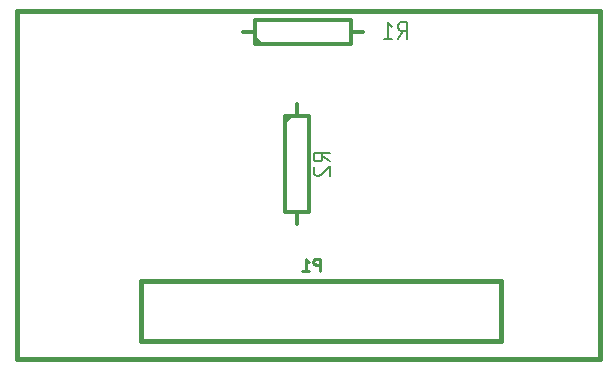
<source format=gbo>
G04 (created by PCBNEW-RS274X (2011-04-29 BZR 2986)-stable) date 8/31/2011 10:38:09 PM*
G01*
G70*
G90*
%MOIN*%
G04 Gerber Fmt 3.4, Leading zero omitted, Abs format*
%FSLAX34Y34*%
G04 APERTURE LIST*
%ADD10C,0.006000*%
%ADD11C,0.015000*%
%ADD12C,0.012000*%
%ADD13C,0.010000*%
%ADD14C,0.008000*%
G04 APERTURE END LIST*
G54D10*
G54D11*
X07800Y-18600D02*
X27200Y-18600D01*
X07800Y-07000D02*
X27200Y-07000D01*
X07781Y-07000D02*
X07781Y-18600D01*
X27200Y-18600D02*
X27200Y-07000D01*
X11900Y-18000D02*
X11900Y-16000D01*
X11900Y-16000D02*
X23900Y-16000D01*
X23900Y-16000D02*
X23900Y-18000D01*
X23900Y-18000D02*
X11900Y-18000D01*
G54D12*
X15300Y-07700D02*
X15700Y-07700D01*
X15700Y-07700D02*
X15700Y-08100D01*
X15700Y-08100D02*
X18900Y-08100D01*
X18900Y-08100D02*
X18900Y-07300D01*
X18900Y-07300D02*
X15700Y-07300D01*
X15700Y-07300D02*
X15700Y-07700D01*
X15700Y-07900D02*
X15900Y-08100D01*
X19300Y-07700D02*
X18900Y-07700D01*
X17100Y-10100D02*
X17100Y-10500D01*
X17100Y-10500D02*
X16700Y-10500D01*
X16700Y-10500D02*
X16700Y-13700D01*
X16700Y-13700D02*
X17500Y-13700D01*
X17500Y-13700D02*
X17500Y-10500D01*
X17500Y-10500D02*
X17100Y-10500D01*
X16900Y-10500D02*
X16700Y-10700D01*
X17100Y-14100D02*
X17100Y-13700D01*
G54D13*
X17895Y-15662D02*
X17895Y-15262D01*
X17742Y-15262D01*
X17704Y-15281D01*
X17685Y-15300D01*
X17666Y-15338D01*
X17666Y-15395D01*
X17685Y-15433D01*
X17704Y-15452D01*
X17742Y-15471D01*
X17895Y-15471D01*
X17285Y-15662D02*
X17514Y-15662D01*
X17400Y-15662D02*
X17400Y-15262D01*
X17438Y-15319D01*
X17476Y-15357D01*
X17514Y-15376D01*
G54D14*
X20483Y-07923D02*
X20650Y-07661D01*
X20769Y-07923D02*
X20769Y-07373D01*
X20578Y-07373D01*
X20531Y-07399D01*
X20507Y-07425D01*
X20483Y-07477D01*
X20483Y-07556D01*
X20507Y-07608D01*
X20531Y-07635D01*
X20578Y-07661D01*
X20769Y-07661D01*
X20007Y-07923D02*
X20293Y-07923D01*
X20150Y-07923D02*
X20150Y-07373D01*
X20198Y-07451D01*
X20245Y-07504D01*
X20293Y-07530D01*
X18223Y-12017D02*
X17961Y-11850D01*
X18223Y-11731D02*
X17673Y-11731D01*
X17673Y-11922D01*
X17699Y-11969D01*
X17725Y-11993D01*
X17777Y-12017D01*
X17856Y-12017D01*
X17908Y-11993D01*
X17935Y-11969D01*
X17961Y-11922D01*
X17961Y-11731D01*
X17725Y-12207D02*
X17699Y-12231D01*
X17673Y-12279D01*
X17673Y-12398D01*
X17699Y-12445D01*
X17725Y-12469D01*
X17777Y-12493D01*
X17830Y-12493D01*
X17908Y-12469D01*
X18223Y-12183D01*
X18223Y-12493D01*
M02*

</source>
